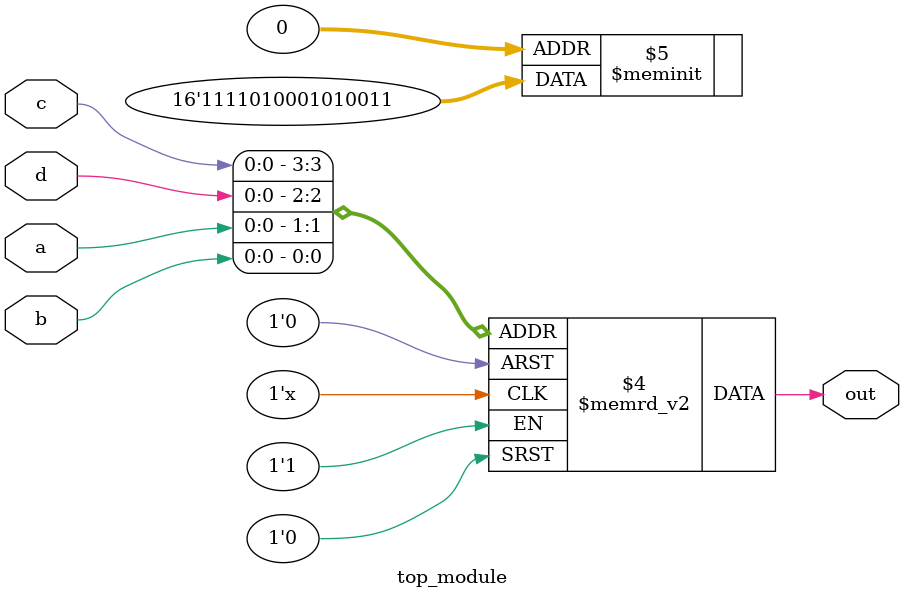
<source format=sv>
module top_module (
    input a, 
    input b,
    input c,
    input d,
    output reg out
);

always @(*) begin
    case ({c, d, a, b})
        4'b0010: out = 0;  // cd = 00, ab = 00
        4'b0011: out = 0;  // cd = 01, ab = 00
        4'b0110: out = 1;  // cd = 10, ab = 00
        4'b0111: out = 0;  // cd = 11, ab = 00
        4'b1000: out = 0;  // cd = 00, ab = 01
        4'b1001: out = 0;  // cd = 01, ab = 01
        4'b1100: out = 1;  // cd = 10, ab = 01
        4'b1101: out = 1;  // cd = 11, ab = 01
        4'b0100: out = 1;  // cd = 00, ab = 10
        4'b0101: out = 0;  // cd = 01, ab = 10
        4'b1110: out = 1;  // cd = 11, ab = 10
        4'b1111: out = 1;  // cd = 11, ab = 10
        4'b1010: out = 1;  // cd = 00, ab = 11
        4'b1011: out = 0;  // cd = 01, ab = 11
        default: out = 1;  // covering don't-care values conveniently
    endcase
end

endmodule

</source>
